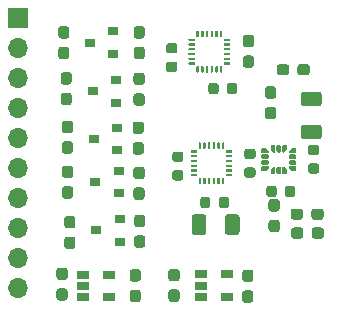
<source format=gbr>
%TF.GenerationSoftware,KiCad,Pcbnew,(5.99.0-3293-g62433736b)*%
%TF.CreationDate,2020-09-21T11:37:00+07:00*%
%TF.ProjectId,IMU_board,494d555f-626f-4617-9264-2e6b69636164,rev?*%
%TF.SameCoordinates,Original*%
%TF.FileFunction,Soldermask,Top*%
%TF.FilePolarity,Negative*%
%FSLAX46Y46*%
G04 Gerber Fmt 4.6, Leading zero omitted, Abs format (unit mm)*
G04 Created by KiCad (PCBNEW (5.99.0-3293-g62433736b)) date 2020-09-21 11:37:00*
%MOMM*%
%LPD*%
G01*
G04 APERTURE LIST*
%ADD10R,0.900000X0.800000*%
%ADD11R,1.060000X0.650000*%
%ADD12R,1.700000X1.700000*%
%ADD13O,1.700000X1.700000*%
G04 APERTURE END LIST*
%TO.C,C15*%
G36*
G01*
X134737500Y-108250000D02*
X135212500Y-108250000D01*
G75*
G02*
X135450000Y-108487500I0J-237500D01*
G01*
X135450000Y-109062500D01*
G75*
G02*
X135212500Y-109300000I-237500J0D01*
G01*
X134737500Y-109300000D01*
G75*
G02*
X134500000Y-109062500I0J237500D01*
G01*
X134500000Y-108487500D01*
G75*
G02*
X134737500Y-108250000I237500J0D01*
G01*
G37*
G36*
G01*
X134737500Y-110000000D02*
X135212500Y-110000000D01*
G75*
G02*
X135450000Y-110237500I0J-237500D01*
G01*
X135450000Y-110812500D01*
G75*
G02*
X135212500Y-111050000I-237500J0D01*
G01*
X134737500Y-111050000D01*
G75*
G02*
X134500000Y-110812500I0J237500D01*
G01*
X134500000Y-110237500D01*
G75*
G02*
X134737500Y-110000000I237500J0D01*
G01*
G37*
%TD*%
D10*
%TO.C,Q4*%
X133452500Y-98207500D03*
X133452500Y-96307500D03*
X131452500Y-97257500D03*
%TD*%
D11*
%TO.C,U7*%
X140500000Y-108700000D03*
X140500000Y-109650000D03*
X140500000Y-110600000D03*
X142700000Y-110600000D03*
X142700000Y-108700000D03*
%TD*%
%TO.C,R1*%
G36*
G01*
X148150000Y-105437500D02*
X148150000Y-104962500D01*
G75*
G02*
X148387500Y-104725000I237500J0D01*
G01*
X148962500Y-104725000D01*
G75*
G02*
X149200000Y-104962500I0J-237500D01*
G01*
X149200000Y-105437500D01*
G75*
G02*
X148962500Y-105675000I-237500J0D01*
G01*
X148387500Y-105675000D01*
G75*
G02*
X148150000Y-105437500I0J237500D01*
G01*
G37*
G36*
G01*
X149900000Y-105437500D02*
X149900000Y-104962500D01*
G75*
G02*
X150137500Y-104725000I237500J0D01*
G01*
X150712500Y-104725000D01*
G75*
G02*
X150950000Y-104962500I0J-237500D01*
G01*
X150950000Y-105437500D01*
G75*
G02*
X150712500Y-105675000I-237500J0D01*
G01*
X150137500Y-105675000D01*
G75*
G02*
X149900000Y-105437500I0J237500D01*
G01*
G37*
%TD*%
%TO.C,C14*%
G36*
G01*
X146075000Y-101931250D02*
X146075000Y-101418750D01*
G75*
G02*
X146293750Y-101200000I218750J0D01*
G01*
X146731250Y-101200000D01*
G75*
G02*
X146950000Y-101418750I0J-218750D01*
G01*
X146950000Y-101931250D01*
G75*
G02*
X146731250Y-102150000I-218750J0D01*
G01*
X146293750Y-102150000D01*
G75*
G02*
X146075000Y-101931250I0J218750D01*
G01*
G37*
G36*
G01*
X147650000Y-101931250D02*
X147650000Y-101418750D01*
G75*
G02*
X147868750Y-101200000I218750J0D01*
G01*
X148306250Y-101200000D01*
G75*
G02*
X148525000Y-101418750I0J-218750D01*
G01*
X148525000Y-101931250D01*
G75*
G02*
X148306250Y-102150000I-218750J0D01*
G01*
X147868750Y-102150000D01*
G75*
G02*
X147650000Y-101931250I0J218750D01*
G01*
G37*
%TD*%
%TO.C,R9*%
G36*
G01*
X128990000Y-95682500D02*
X129465000Y-95682500D01*
G75*
G02*
X129702500Y-95920000I0J-237500D01*
G01*
X129702500Y-96495000D01*
G75*
G02*
X129465000Y-96732500I-237500J0D01*
G01*
X128990000Y-96732500D01*
G75*
G02*
X128752500Y-96495000I0J237500D01*
G01*
X128752500Y-95920000D01*
G75*
G02*
X128990000Y-95682500I237500J0D01*
G01*
G37*
G36*
G01*
X128990000Y-97432500D02*
X129465000Y-97432500D01*
G75*
G02*
X129702500Y-97670000I0J-237500D01*
G01*
X129702500Y-98245000D01*
G75*
G02*
X129465000Y-98482500I-237500J0D01*
G01*
X128990000Y-98482500D01*
G75*
G02*
X128752500Y-98245000I0J237500D01*
G01*
X128752500Y-97670000D01*
G75*
G02*
X128990000Y-97432500I237500J0D01*
G01*
G37*
%TD*%
%TO.C,D1*%
G36*
G01*
X148125000Y-103837500D02*
X148125000Y-103362500D01*
G75*
G02*
X148362500Y-103125000I237500J0D01*
G01*
X148937500Y-103125000D01*
G75*
G02*
X149175000Y-103362500I0J-237500D01*
G01*
X149175000Y-103837500D01*
G75*
G02*
X148937500Y-104075000I-237500J0D01*
G01*
X148362500Y-104075000D01*
G75*
G02*
X148125000Y-103837500I0J237500D01*
G01*
G37*
G36*
G01*
X149875000Y-103837500D02*
X149875000Y-103362500D01*
G75*
G02*
X150112500Y-103125000I237500J0D01*
G01*
X150687500Y-103125000D01*
G75*
G02*
X150925000Y-103362500I0J-237500D01*
G01*
X150925000Y-103837500D01*
G75*
G02*
X150687500Y-104075000I-237500J0D01*
G01*
X150112500Y-104075000D01*
G75*
G02*
X149875000Y-103837500I0J237500D01*
G01*
G37*
%TD*%
%TO.C,R7*%
G36*
G01*
X135465000Y-98557500D02*
X134990000Y-98557500D01*
G75*
G02*
X134752500Y-98320000I0J237500D01*
G01*
X134752500Y-97745000D01*
G75*
G02*
X134990000Y-97507500I237500J0D01*
G01*
X135465000Y-97507500D01*
G75*
G02*
X135702500Y-97745000I0J-237500D01*
G01*
X135702500Y-98320000D01*
G75*
G02*
X135465000Y-98557500I-237500J0D01*
G01*
G37*
G36*
G01*
X135465000Y-96807500D02*
X134990000Y-96807500D01*
G75*
G02*
X134752500Y-96570000I0J237500D01*
G01*
X134752500Y-95995000D01*
G75*
G02*
X134990000Y-95757500I237500J0D01*
G01*
X135465000Y-95757500D01*
G75*
G02*
X135702500Y-95995000I0J-237500D01*
G01*
X135702500Y-96570000D01*
G75*
G02*
X135465000Y-96807500I-237500J0D01*
G01*
G37*
%TD*%
%TO.C,C17*%
G36*
G01*
X150500000Y-97275000D02*
X149250000Y-97275000D01*
G75*
G02*
X149000000Y-97025000I0J250000D01*
G01*
X149000000Y-96275000D01*
G75*
G02*
X149250000Y-96025000I250000J0D01*
G01*
X150500000Y-96025000D01*
G75*
G02*
X150750000Y-96275000I0J-250000D01*
G01*
X150750000Y-97025000D01*
G75*
G02*
X150500000Y-97275000I-250000J0D01*
G01*
G37*
G36*
G01*
X150500000Y-94475000D02*
X149250000Y-94475000D01*
G75*
G02*
X149000000Y-94225000I0J250000D01*
G01*
X149000000Y-93475000D01*
G75*
G02*
X149250000Y-93225000I250000J0D01*
G01*
X150500000Y-93225000D01*
G75*
G02*
X150750000Y-93475000I0J-250000D01*
G01*
X150750000Y-94225000D01*
G75*
G02*
X150500000Y-94475000I-250000J0D01*
G01*
G37*
%TD*%
%TO.C,C5*%
G36*
G01*
X141150000Y-93218750D02*
X141150000Y-92706250D01*
G75*
G02*
X141368750Y-92487500I218750J0D01*
G01*
X141806250Y-92487500D01*
G75*
G02*
X142025000Y-92706250I0J-218750D01*
G01*
X142025000Y-93218750D01*
G75*
G02*
X141806250Y-93437500I-218750J0D01*
G01*
X141368750Y-93437500D01*
G75*
G02*
X141150000Y-93218750I0J218750D01*
G01*
G37*
G36*
G01*
X142725000Y-93218750D02*
X142725000Y-92706250D01*
G75*
G02*
X142943750Y-92487500I218750J0D01*
G01*
X143381250Y-92487500D01*
G75*
G02*
X143600000Y-92706250I0J-218750D01*
G01*
X143600000Y-93218750D01*
G75*
G02*
X143381250Y-93437500I-218750J0D01*
G01*
X142943750Y-93437500D01*
G75*
G02*
X142725000Y-93218750I0J218750D01*
G01*
G37*
%TD*%
%TO.C,C8*%
G36*
G01*
X144931250Y-100512500D02*
X144418750Y-100512500D01*
G75*
G02*
X144200000Y-100293750I0J218750D01*
G01*
X144200000Y-99856250D01*
G75*
G02*
X144418750Y-99637500I218750J0D01*
G01*
X144931250Y-99637500D01*
G75*
G02*
X145150000Y-99856250I0J-218750D01*
G01*
X145150000Y-100293750D01*
G75*
G02*
X144931250Y-100512500I-218750J0D01*
G01*
G37*
G36*
G01*
X144931250Y-98937500D02*
X144418750Y-98937500D01*
G75*
G02*
X144200000Y-98718750I0J218750D01*
G01*
X144200000Y-98281250D01*
G75*
G02*
X144418750Y-98062500I218750J0D01*
G01*
X144931250Y-98062500D01*
G75*
G02*
X145150000Y-98281250I0J-218750D01*
G01*
X145150000Y-98718750D01*
G75*
G02*
X144931250Y-98937500I-218750J0D01*
G01*
G37*
%TD*%
D10*
%TO.C,Q7*%
X133125000Y-90030000D03*
X133125000Y-88130000D03*
X131125000Y-89080000D03*
%TD*%
%TO.C,C12*%
G36*
G01*
X144737500Y-111100000D02*
X144262500Y-111100000D01*
G75*
G02*
X144025000Y-110862500I0J237500D01*
G01*
X144025000Y-110287500D01*
G75*
G02*
X144262500Y-110050000I237500J0D01*
G01*
X144737500Y-110050000D01*
G75*
G02*
X144975000Y-110287500I0J-237500D01*
G01*
X144975000Y-110862500D01*
G75*
G02*
X144737500Y-111100000I-237500J0D01*
G01*
G37*
G36*
G01*
X144737500Y-109350000D02*
X144262500Y-109350000D01*
G75*
G02*
X144025000Y-109112500I0J237500D01*
G01*
X144025000Y-108537500D01*
G75*
G02*
X144262500Y-108300000I237500J0D01*
G01*
X144737500Y-108300000D01*
G75*
G02*
X144975000Y-108537500I0J-237500D01*
G01*
X144975000Y-109112500D01*
G75*
G02*
X144737500Y-109350000I-237500J0D01*
G01*
G37*
%TD*%
%TO.C,C11*%
G36*
G01*
X138487500Y-111025000D02*
X138012500Y-111025000D01*
G75*
G02*
X137775000Y-110787500I0J237500D01*
G01*
X137775000Y-110212500D01*
G75*
G02*
X138012500Y-109975000I237500J0D01*
G01*
X138487500Y-109975000D01*
G75*
G02*
X138725000Y-110212500I0J-237500D01*
G01*
X138725000Y-110787500D01*
G75*
G02*
X138487500Y-111025000I-237500J0D01*
G01*
G37*
G36*
G01*
X138487500Y-109275000D02*
X138012500Y-109275000D01*
G75*
G02*
X137775000Y-109037500I0J237500D01*
G01*
X137775000Y-108462500D01*
G75*
G02*
X138012500Y-108225000I237500J0D01*
G01*
X138487500Y-108225000D01*
G75*
G02*
X138725000Y-108462500I0J-237500D01*
G01*
X138725000Y-109037500D01*
G75*
G02*
X138487500Y-109275000I-237500J0D01*
G01*
G37*
%TD*%
%TO.C,C10*%
G36*
G01*
X146962500Y-105125000D02*
X146487500Y-105125000D01*
G75*
G02*
X146250000Y-104887500I0J237500D01*
G01*
X146250000Y-104312500D01*
G75*
G02*
X146487500Y-104075000I237500J0D01*
G01*
X146962500Y-104075000D01*
G75*
G02*
X147200000Y-104312500I0J-237500D01*
G01*
X147200000Y-104887500D01*
G75*
G02*
X146962500Y-105125000I-237500J0D01*
G01*
G37*
G36*
G01*
X146962500Y-103375000D02*
X146487500Y-103375000D01*
G75*
G02*
X146250000Y-103137500I0J237500D01*
G01*
X146250000Y-102562500D01*
G75*
G02*
X146487500Y-102325000I237500J0D01*
G01*
X146962500Y-102325000D01*
G75*
G02*
X147200000Y-102562500I0J-237500D01*
G01*
X147200000Y-103137500D01*
G75*
G02*
X146962500Y-103375000I-237500J0D01*
G01*
G37*
%TD*%
%TO.C,C16*%
G36*
G01*
X150331250Y-100175000D02*
X149818750Y-100175000D01*
G75*
G02*
X149600000Y-99956250I0J218750D01*
G01*
X149600000Y-99518750D01*
G75*
G02*
X149818750Y-99300000I218750J0D01*
G01*
X150331250Y-99300000D01*
G75*
G02*
X150550000Y-99518750I0J-218750D01*
G01*
X150550000Y-99956250D01*
G75*
G02*
X150331250Y-100175000I-218750J0D01*
G01*
G37*
G36*
G01*
X150331250Y-98600000D02*
X149818750Y-98600000D01*
G75*
G02*
X149600000Y-98381250I0J218750D01*
G01*
X149600000Y-97943750D01*
G75*
G02*
X149818750Y-97725000I218750J0D01*
G01*
X150331250Y-97725000D01*
G75*
G02*
X150550000Y-97943750I0J-218750D01*
G01*
X150550000Y-98381250D01*
G75*
G02*
X150331250Y-98600000I-218750J0D01*
G01*
G37*
%TD*%
%TO.C,U1*%
G36*
G01*
X139475000Y-88887500D02*
X139475000Y-88787500D01*
G75*
G02*
X139525000Y-88737500I50000J0D01*
G01*
X139975000Y-88737500D01*
G75*
G02*
X140025000Y-88787500I0J-50000D01*
G01*
X140025000Y-88887500D01*
G75*
G02*
X139975000Y-88937500I-50000J0D01*
G01*
X139525000Y-88937500D01*
G75*
G02*
X139475000Y-88887500I0J50000D01*
G01*
G37*
G36*
G01*
X139475000Y-89287500D02*
X139475000Y-89187500D01*
G75*
G02*
X139525000Y-89137500I50000J0D01*
G01*
X139975000Y-89137500D01*
G75*
G02*
X140025000Y-89187500I0J-50000D01*
G01*
X140025000Y-89287500D01*
G75*
G02*
X139975000Y-89337500I-50000J0D01*
G01*
X139525000Y-89337500D01*
G75*
G02*
X139475000Y-89287500I0J50000D01*
G01*
G37*
G36*
G01*
X139475000Y-89687500D02*
X139475000Y-89587500D01*
G75*
G02*
X139525000Y-89537500I50000J0D01*
G01*
X139975000Y-89537500D01*
G75*
G02*
X140025000Y-89587500I0J-50000D01*
G01*
X140025000Y-89687500D01*
G75*
G02*
X139975000Y-89737500I-50000J0D01*
G01*
X139525000Y-89737500D01*
G75*
G02*
X139475000Y-89687500I0J50000D01*
G01*
G37*
G36*
G01*
X139475000Y-90087500D02*
X139475000Y-89987500D01*
G75*
G02*
X139525000Y-89937500I50000J0D01*
G01*
X139975000Y-89937500D01*
G75*
G02*
X140025000Y-89987500I0J-50000D01*
G01*
X140025000Y-90087500D01*
G75*
G02*
X139975000Y-90137500I-50000J0D01*
G01*
X139525000Y-90137500D01*
G75*
G02*
X139475000Y-90087500I0J50000D01*
G01*
G37*
G36*
G01*
X139475000Y-90487500D02*
X139475000Y-90387500D01*
G75*
G02*
X139525000Y-90337500I50000J0D01*
G01*
X139975000Y-90337500D01*
G75*
G02*
X140025000Y-90387500I0J-50000D01*
G01*
X140025000Y-90487500D01*
G75*
G02*
X139975000Y-90537500I-50000J0D01*
G01*
X139525000Y-90537500D01*
G75*
G02*
X139475000Y-90487500I0J50000D01*
G01*
G37*
G36*
G01*
X139475000Y-90887500D02*
X139475000Y-90787500D01*
G75*
G02*
X139525000Y-90737500I50000J0D01*
G01*
X139975000Y-90737500D01*
G75*
G02*
X140025000Y-90787500I0J-50000D01*
G01*
X140025000Y-90887500D01*
G75*
G02*
X139975000Y-90937500I-50000J0D01*
G01*
X139525000Y-90937500D01*
G75*
G02*
X139475000Y-90887500I0J50000D01*
G01*
G37*
G36*
G01*
X140300000Y-91612500D02*
X140200000Y-91612500D01*
G75*
G02*
X140150000Y-91562500I0J50000D01*
G01*
X140150000Y-91112500D01*
G75*
G02*
X140200000Y-91062500I50000J0D01*
G01*
X140300000Y-91062500D01*
G75*
G02*
X140350000Y-91112500I0J-50000D01*
G01*
X140350000Y-91562500D01*
G75*
G02*
X140300000Y-91612500I-50000J0D01*
G01*
G37*
G36*
G01*
X140700000Y-91612500D02*
X140600000Y-91612500D01*
G75*
G02*
X140550000Y-91562500I0J50000D01*
G01*
X140550000Y-91112500D01*
G75*
G02*
X140600000Y-91062500I50000J0D01*
G01*
X140700000Y-91062500D01*
G75*
G02*
X140750000Y-91112500I0J-50000D01*
G01*
X140750000Y-91562500D01*
G75*
G02*
X140700000Y-91612500I-50000J0D01*
G01*
G37*
G36*
G01*
X141100000Y-91612500D02*
X141000000Y-91612500D01*
G75*
G02*
X140950000Y-91562500I0J50000D01*
G01*
X140950000Y-91112500D01*
G75*
G02*
X141000000Y-91062500I50000J0D01*
G01*
X141100000Y-91062500D01*
G75*
G02*
X141150000Y-91112500I0J-50000D01*
G01*
X141150000Y-91562500D01*
G75*
G02*
X141100000Y-91612500I-50000J0D01*
G01*
G37*
G36*
G01*
X141500000Y-91612500D02*
X141400000Y-91612500D01*
G75*
G02*
X141350000Y-91562500I0J50000D01*
G01*
X141350000Y-91112500D01*
G75*
G02*
X141400000Y-91062500I50000J0D01*
G01*
X141500000Y-91062500D01*
G75*
G02*
X141550000Y-91112500I0J-50000D01*
G01*
X141550000Y-91562500D01*
G75*
G02*
X141500000Y-91612500I-50000J0D01*
G01*
G37*
G36*
G01*
X141900000Y-91612500D02*
X141800000Y-91612500D01*
G75*
G02*
X141750000Y-91562500I0J50000D01*
G01*
X141750000Y-91112500D01*
G75*
G02*
X141800000Y-91062500I50000J0D01*
G01*
X141900000Y-91062500D01*
G75*
G02*
X141950000Y-91112500I0J-50000D01*
G01*
X141950000Y-91562500D01*
G75*
G02*
X141900000Y-91612500I-50000J0D01*
G01*
G37*
G36*
G01*
X142300000Y-91612500D02*
X142200000Y-91612500D01*
G75*
G02*
X142150000Y-91562500I0J50000D01*
G01*
X142150000Y-91112500D01*
G75*
G02*
X142200000Y-91062500I50000J0D01*
G01*
X142300000Y-91062500D01*
G75*
G02*
X142350000Y-91112500I0J-50000D01*
G01*
X142350000Y-91562500D01*
G75*
G02*
X142300000Y-91612500I-50000J0D01*
G01*
G37*
G36*
G01*
X142475000Y-90887500D02*
X142475000Y-90787500D01*
G75*
G02*
X142525000Y-90737500I50000J0D01*
G01*
X142975000Y-90737500D01*
G75*
G02*
X143025000Y-90787500I0J-50000D01*
G01*
X143025000Y-90887500D01*
G75*
G02*
X142975000Y-90937500I-50000J0D01*
G01*
X142525000Y-90937500D01*
G75*
G02*
X142475000Y-90887500I0J50000D01*
G01*
G37*
G36*
G01*
X142475000Y-90487500D02*
X142475000Y-90387500D01*
G75*
G02*
X142525000Y-90337500I50000J0D01*
G01*
X142975000Y-90337500D01*
G75*
G02*
X143025000Y-90387500I0J-50000D01*
G01*
X143025000Y-90487500D01*
G75*
G02*
X142975000Y-90537500I-50000J0D01*
G01*
X142525000Y-90537500D01*
G75*
G02*
X142475000Y-90487500I0J50000D01*
G01*
G37*
G36*
G01*
X142475000Y-90087500D02*
X142475000Y-89987500D01*
G75*
G02*
X142525000Y-89937500I50000J0D01*
G01*
X142975000Y-89937500D01*
G75*
G02*
X143025000Y-89987500I0J-50000D01*
G01*
X143025000Y-90087500D01*
G75*
G02*
X142975000Y-90137500I-50000J0D01*
G01*
X142525000Y-90137500D01*
G75*
G02*
X142475000Y-90087500I0J50000D01*
G01*
G37*
G36*
G01*
X142475000Y-89687500D02*
X142475000Y-89587500D01*
G75*
G02*
X142525000Y-89537500I50000J0D01*
G01*
X142975000Y-89537500D01*
G75*
G02*
X143025000Y-89587500I0J-50000D01*
G01*
X143025000Y-89687500D01*
G75*
G02*
X142975000Y-89737500I-50000J0D01*
G01*
X142525000Y-89737500D01*
G75*
G02*
X142475000Y-89687500I0J50000D01*
G01*
G37*
G36*
G01*
X142475000Y-89287500D02*
X142475000Y-89187500D01*
G75*
G02*
X142525000Y-89137500I50000J0D01*
G01*
X142975000Y-89137500D01*
G75*
G02*
X143025000Y-89187500I0J-50000D01*
G01*
X143025000Y-89287500D01*
G75*
G02*
X142975000Y-89337500I-50000J0D01*
G01*
X142525000Y-89337500D01*
G75*
G02*
X142475000Y-89287500I0J50000D01*
G01*
G37*
G36*
G01*
X142475000Y-88887500D02*
X142475000Y-88787500D01*
G75*
G02*
X142525000Y-88737500I50000J0D01*
G01*
X142975000Y-88737500D01*
G75*
G02*
X143025000Y-88787500I0J-50000D01*
G01*
X143025000Y-88887500D01*
G75*
G02*
X142975000Y-88937500I-50000J0D01*
G01*
X142525000Y-88937500D01*
G75*
G02*
X142475000Y-88887500I0J50000D01*
G01*
G37*
G36*
G01*
X142300000Y-88612500D02*
X142200000Y-88612500D01*
G75*
G02*
X142150000Y-88562500I0J50000D01*
G01*
X142150000Y-88112500D01*
G75*
G02*
X142200000Y-88062500I50000J0D01*
G01*
X142300000Y-88062500D01*
G75*
G02*
X142350000Y-88112500I0J-50000D01*
G01*
X142350000Y-88562500D01*
G75*
G02*
X142300000Y-88612500I-50000J0D01*
G01*
G37*
G36*
G01*
X141900000Y-88612500D02*
X141800000Y-88612500D01*
G75*
G02*
X141750000Y-88562500I0J50000D01*
G01*
X141750000Y-88112500D01*
G75*
G02*
X141800000Y-88062500I50000J0D01*
G01*
X141900000Y-88062500D01*
G75*
G02*
X141950000Y-88112500I0J-50000D01*
G01*
X141950000Y-88562500D01*
G75*
G02*
X141900000Y-88612500I-50000J0D01*
G01*
G37*
G36*
G01*
X141500000Y-88612500D02*
X141400000Y-88612500D01*
G75*
G02*
X141350000Y-88562500I0J50000D01*
G01*
X141350000Y-88112500D01*
G75*
G02*
X141400000Y-88062500I50000J0D01*
G01*
X141500000Y-88062500D01*
G75*
G02*
X141550000Y-88112500I0J-50000D01*
G01*
X141550000Y-88562500D01*
G75*
G02*
X141500000Y-88612500I-50000J0D01*
G01*
G37*
G36*
G01*
X141100000Y-88612500D02*
X141000000Y-88612500D01*
G75*
G02*
X140950000Y-88562500I0J50000D01*
G01*
X140950000Y-88112500D01*
G75*
G02*
X141000000Y-88062500I50000J0D01*
G01*
X141100000Y-88062500D01*
G75*
G02*
X141150000Y-88112500I0J-50000D01*
G01*
X141150000Y-88562500D01*
G75*
G02*
X141100000Y-88612500I-50000J0D01*
G01*
G37*
G36*
G01*
X140700000Y-88612500D02*
X140600000Y-88612500D01*
G75*
G02*
X140550000Y-88562500I0J50000D01*
G01*
X140550000Y-88112500D01*
G75*
G02*
X140600000Y-88062500I50000J0D01*
G01*
X140700000Y-88062500D01*
G75*
G02*
X140750000Y-88112500I0J-50000D01*
G01*
X140750000Y-88562500D01*
G75*
G02*
X140700000Y-88612500I-50000J0D01*
G01*
G37*
G36*
G01*
X140300000Y-88612500D02*
X140200000Y-88612500D01*
G75*
G02*
X140150000Y-88562500I0J50000D01*
G01*
X140150000Y-88112500D01*
G75*
G02*
X140200000Y-88062500I50000J0D01*
G01*
X140300000Y-88062500D01*
G75*
G02*
X140350000Y-88112500I0J-50000D01*
G01*
X140350000Y-88562500D01*
G75*
G02*
X140300000Y-88612500I-50000J0D01*
G01*
G37*
%TD*%
%TO.C,C3*%
G36*
G01*
X146662500Y-95575000D02*
X146187500Y-95575000D01*
G75*
G02*
X145950000Y-95337500I0J237500D01*
G01*
X145950000Y-94762500D01*
G75*
G02*
X146187500Y-94525000I237500J0D01*
G01*
X146662500Y-94525000D01*
G75*
G02*
X146900000Y-94762500I0J-237500D01*
G01*
X146900000Y-95337500D01*
G75*
G02*
X146662500Y-95575000I-237500J0D01*
G01*
G37*
G36*
G01*
X146662500Y-93825000D02*
X146187500Y-93825000D01*
G75*
G02*
X145950000Y-93587500I0J237500D01*
G01*
X145950000Y-93012500D01*
G75*
G02*
X146187500Y-92775000I237500J0D01*
G01*
X146662500Y-92775000D01*
G75*
G02*
X146900000Y-93012500I0J-237500D01*
G01*
X146900000Y-93587500D01*
G75*
G02*
X146662500Y-93825000I-237500J0D01*
G01*
G37*
%TD*%
%TO.C,Q5*%
X133678799Y-105923799D03*
X133678799Y-104023799D03*
X131678799Y-104973799D03*
%TD*%
%TO.C,R13*%
G36*
G01*
X135537500Y-90480000D02*
X135062500Y-90480000D01*
G75*
G02*
X134825000Y-90242500I0J237500D01*
G01*
X134825000Y-89667500D01*
G75*
G02*
X135062500Y-89430000I237500J0D01*
G01*
X135537500Y-89430000D01*
G75*
G02*
X135775000Y-89667500I0J-237500D01*
G01*
X135775000Y-90242500D01*
G75*
G02*
X135537500Y-90480000I-237500J0D01*
G01*
G37*
G36*
G01*
X135537500Y-88730000D02*
X135062500Y-88730000D01*
G75*
G02*
X134825000Y-88492500I0J237500D01*
G01*
X134825000Y-87917500D01*
G75*
G02*
X135062500Y-87680000I237500J0D01*
G01*
X135537500Y-87680000D01*
G75*
G02*
X135775000Y-87917500I0J-237500D01*
G01*
X135775000Y-88492500D01*
G75*
G02*
X135537500Y-88730000I-237500J0D01*
G01*
G37*
%TD*%
D11*
%TO.C,U3*%
X130575000Y-108725000D03*
X130575000Y-109675000D03*
X130575000Y-110625000D03*
X132775000Y-110625000D03*
X132775000Y-108725000D03*
%TD*%
%TO.C,U2*%
G36*
G01*
X139650000Y-98350000D02*
X139650000Y-98250000D01*
G75*
G02*
X139700000Y-98200000I50000J0D01*
G01*
X140150000Y-98200000D01*
G75*
G02*
X140200000Y-98250000I0J-50000D01*
G01*
X140200000Y-98350000D01*
G75*
G02*
X140150000Y-98400000I-50000J0D01*
G01*
X139700000Y-98400000D01*
G75*
G02*
X139650000Y-98350000I0J50000D01*
G01*
G37*
G36*
G01*
X139650000Y-98750000D02*
X139650000Y-98650000D01*
G75*
G02*
X139700000Y-98600000I50000J0D01*
G01*
X140150000Y-98600000D01*
G75*
G02*
X140200000Y-98650000I0J-50000D01*
G01*
X140200000Y-98750000D01*
G75*
G02*
X140150000Y-98800000I-50000J0D01*
G01*
X139700000Y-98800000D01*
G75*
G02*
X139650000Y-98750000I0J50000D01*
G01*
G37*
G36*
G01*
X139650000Y-99150000D02*
X139650000Y-99050000D01*
G75*
G02*
X139700000Y-99000000I50000J0D01*
G01*
X140150000Y-99000000D01*
G75*
G02*
X140200000Y-99050000I0J-50000D01*
G01*
X140200000Y-99150000D01*
G75*
G02*
X140150000Y-99200000I-50000J0D01*
G01*
X139700000Y-99200000D01*
G75*
G02*
X139650000Y-99150000I0J50000D01*
G01*
G37*
G36*
G01*
X139650000Y-99550000D02*
X139650000Y-99450000D01*
G75*
G02*
X139700000Y-99400000I50000J0D01*
G01*
X140150000Y-99400000D01*
G75*
G02*
X140200000Y-99450000I0J-50000D01*
G01*
X140200000Y-99550000D01*
G75*
G02*
X140150000Y-99600000I-50000J0D01*
G01*
X139700000Y-99600000D01*
G75*
G02*
X139650000Y-99550000I0J50000D01*
G01*
G37*
G36*
G01*
X139650000Y-99950000D02*
X139650000Y-99850000D01*
G75*
G02*
X139700000Y-99800000I50000J0D01*
G01*
X140150000Y-99800000D01*
G75*
G02*
X140200000Y-99850000I0J-50000D01*
G01*
X140200000Y-99950000D01*
G75*
G02*
X140150000Y-100000000I-50000J0D01*
G01*
X139700000Y-100000000D01*
G75*
G02*
X139650000Y-99950000I0J50000D01*
G01*
G37*
G36*
G01*
X139650000Y-100350000D02*
X139650000Y-100250000D01*
G75*
G02*
X139700000Y-100200000I50000J0D01*
G01*
X140150000Y-100200000D01*
G75*
G02*
X140200000Y-100250000I0J-50000D01*
G01*
X140200000Y-100350000D01*
G75*
G02*
X140150000Y-100400000I-50000J0D01*
G01*
X139700000Y-100400000D01*
G75*
G02*
X139650000Y-100350000I0J50000D01*
G01*
G37*
G36*
G01*
X140475000Y-101075000D02*
X140375000Y-101075000D01*
G75*
G02*
X140325000Y-101025000I0J50000D01*
G01*
X140325000Y-100575000D01*
G75*
G02*
X140375000Y-100525000I50000J0D01*
G01*
X140475000Y-100525000D01*
G75*
G02*
X140525000Y-100575000I0J-50000D01*
G01*
X140525000Y-101025000D01*
G75*
G02*
X140475000Y-101075000I-50000J0D01*
G01*
G37*
G36*
G01*
X140875000Y-101075000D02*
X140775000Y-101075000D01*
G75*
G02*
X140725000Y-101025000I0J50000D01*
G01*
X140725000Y-100575000D01*
G75*
G02*
X140775000Y-100525000I50000J0D01*
G01*
X140875000Y-100525000D01*
G75*
G02*
X140925000Y-100575000I0J-50000D01*
G01*
X140925000Y-101025000D01*
G75*
G02*
X140875000Y-101075000I-50000J0D01*
G01*
G37*
G36*
G01*
X141275000Y-101075000D02*
X141175000Y-101075000D01*
G75*
G02*
X141125000Y-101025000I0J50000D01*
G01*
X141125000Y-100575000D01*
G75*
G02*
X141175000Y-100525000I50000J0D01*
G01*
X141275000Y-100525000D01*
G75*
G02*
X141325000Y-100575000I0J-50000D01*
G01*
X141325000Y-101025000D01*
G75*
G02*
X141275000Y-101075000I-50000J0D01*
G01*
G37*
G36*
G01*
X141675000Y-101075000D02*
X141575000Y-101075000D01*
G75*
G02*
X141525000Y-101025000I0J50000D01*
G01*
X141525000Y-100575000D01*
G75*
G02*
X141575000Y-100525000I50000J0D01*
G01*
X141675000Y-100525000D01*
G75*
G02*
X141725000Y-100575000I0J-50000D01*
G01*
X141725000Y-101025000D01*
G75*
G02*
X141675000Y-101075000I-50000J0D01*
G01*
G37*
G36*
G01*
X142075000Y-101075000D02*
X141975000Y-101075000D01*
G75*
G02*
X141925000Y-101025000I0J50000D01*
G01*
X141925000Y-100575000D01*
G75*
G02*
X141975000Y-100525000I50000J0D01*
G01*
X142075000Y-100525000D01*
G75*
G02*
X142125000Y-100575000I0J-50000D01*
G01*
X142125000Y-101025000D01*
G75*
G02*
X142075000Y-101075000I-50000J0D01*
G01*
G37*
G36*
G01*
X142475000Y-101075000D02*
X142375000Y-101075000D01*
G75*
G02*
X142325000Y-101025000I0J50000D01*
G01*
X142325000Y-100575000D01*
G75*
G02*
X142375000Y-100525000I50000J0D01*
G01*
X142475000Y-100525000D01*
G75*
G02*
X142525000Y-100575000I0J-50000D01*
G01*
X142525000Y-101025000D01*
G75*
G02*
X142475000Y-101075000I-50000J0D01*
G01*
G37*
G36*
G01*
X142650000Y-100350000D02*
X142650000Y-100250000D01*
G75*
G02*
X142700000Y-100200000I50000J0D01*
G01*
X143150000Y-100200000D01*
G75*
G02*
X143200000Y-100250000I0J-50000D01*
G01*
X143200000Y-100350000D01*
G75*
G02*
X143150000Y-100400000I-50000J0D01*
G01*
X142700000Y-100400000D01*
G75*
G02*
X142650000Y-100350000I0J50000D01*
G01*
G37*
G36*
G01*
X142650000Y-99950000D02*
X142650000Y-99850000D01*
G75*
G02*
X142700000Y-99800000I50000J0D01*
G01*
X143150000Y-99800000D01*
G75*
G02*
X143200000Y-99850000I0J-50000D01*
G01*
X143200000Y-99950000D01*
G75*
G02*
X143150000Y-100000000I-50000J0D01*
G01*
X142700000Y-100000000D01*
G75*
G02*
X142650000Y-99950000I0J50000D01*
G01*
G37*
G36*
G01*
X142650000Y-99550000D02*
X142650000Y-99450000D01*
G75*
G02*
X142700000Y-99400000I50000J0D01*
G01*
X143150000Y-99400000D01*
G75*
G02*
X143200000Y-99450000I0J-50000D01*
G01*
X143200000Y-99550000D01*
G75*
G02*
X143150000Y-99600000I-50000J0D01*
G01*
X142700000Y-99600000D01*
G75*
G02*
X142650000Y-99550000I0J50000D01*
G01*
G37*
G36*
G01*
X142650000Y-99150000D02*
X142650000Y-99050000D01*
G75*
G02*
X142700000Y-99000000I50000J0D01*
G01*
X143150000Y-99000000D01*
G75*
G02*
X143200000Y-99050000I0J-50000D01*
G01*
X143200000Y-99150000D01*
G75*
G02*
X143150000Y-99200000I-50000J0D01*
G01*
X142700000Y-99200000D01*
G75*
G02*
X142650000Y-99150000I0J50000D01*
G01*
G37*
G36*
G01*
X142650000Y-98750000D02*
X142650000Y-98650000D01*
G75*
G02*
X142700000Y-98600000I50000J0D01*
G01*
X143150000Y-98600000D01*
G75*
G02*
X143200000Y-98650000I0J-50000D01*
G01*
X143200000Y-98750000D01*
G75*
G02*
X143150000Y-98800000I-50000J0D01*
G01*
X142700000Y-98800000D01*
G75*
G02*
X142650000Y-98750000I0J50000D01*
G01*
G37*
G36*
G01*
X142650000Y-98350000D02*
X142650000Y-98250000D01*
G75*
G02*
X142700000Y-98200000I50000J0D01*
G01*
X143150000Y-98200000D01*
G75*
G02*
X143200000Y-98250000I0J-50000D01*
G01*
X143200000Y-98350000D01*
G75*
G02*
X143150000Y-98400000I-50000J0D01*
G01*
X142700000Y-98400000D01*
G75*
G02*
X142650000Y-98350000I0J50000D01*
G01*
G37*
G36*
G01*
X142475000Y-98075000D02*
X142375000Y-98075000D01*
G75*
G02*
X142325000Y-98025000I0J50000D01*
G01*
X142325000Y-97575000D01*
G75*
G02*
X142375000Y-97525000I50000J0D01*
G01*
X142475000Y-97525000D01*
G75*
G02*
X142525000Y-97575000I0J-50000D01*
G01*
X142525000Y-98025000D01*
G75*
G02*
X142475000Y-98075000I-50000J0D01*
G01*
G37*
G36*
G01*
X142075000Y-98075000D02*
X141975000Y-98075000D01*
G75*
G02*
X141925000Y-98025000I0J50000D01*
G01*
X141925000Y-97575000D01*
G75*
G02*
X141975000Y-97525000I50000J0D01*
G01*
X142075000Y-97525000D01*
G75*
G02*
X142125000Y-97575000I0J-50000D01*
G01*
X142125000Y-98025000D01*
G75*
G02*
X142075000Y-98075000I-50000J0D01*
G01*
G37*
G36*
G01*
X141675000Y-98075000D02*
X141575000Y-98075000D01*
G75*
G02*
X141525000Y-98025000I0J50000D01*
G01*
X141525000Y-97575000D01*
G75*
G02*
X141575000Y-97525000I50000J0D01*
G01*
X141675000Y-97525000D01*
G75*
G02*
X141725000Y-97575000I0J-50000D01*
G01*
X141725000Y-98025000D01*
G75*
G02*
X141675000Y-98075000I-50000J0D01*
G01*
G37*
G36*
G01*
X141275000Y-98075000D02*
X141175000Y-98075000D01*
G75*
G02*
X141125000Y-98025000I0J50000D01*
G01*
X141125000Y-97575000D01*
G75*
G02*
X141175000Y-97525000I50000J0D01*
G01*
X141275000Y-97525000D01*
G75*
G02*
X141325000Y-97575000I0J-50000D01*
G01*
X141325000Y-98025000D01*
G75*
G02*
X141275000Y-98075000I-50000J0D01*
G01*
G37*
G36*
G01*
X140875000Y-98075000D02*
X140775000Y-98075000D01*
G75*
G02*
X140725000Y-98025000I0J50000D01*
G01*
X140725000Y-97575000D01*
G75*
G02*
X140775000Y-97525000I50000J0D01*
G01*
X140875000Y-97525000D01*
G75*
G02*
X140925000Y-97575000I0J-50000D01*
G01*
X140925000Y-98025000D01*
G75*
G02*
X140875000Y-98075000I-50000J0D01*
G01*
G37*
G36*
G01*
X140475000Y-98075000D02*
X140375000Y-98075000D01*
G75*
G02*
X140325000Y-98025000I0J50000D01*
G01*
X140325000Y-97575000D01*
G75*
G02*
X140375000Y-97525000I50000J0D01*
G01*
X140475000Y-97525000D01*
G75*
G02*
X140525000Y-97575000I0J-50000D01*
G01*
X140525000Y-98025000D01*
G75*
G02*
X140475000Y-98075000I-50000J0D01*
G01*
G37*
%TD*%
%TO.C,C7*%
G36*
G01*
X139750000Y-105112500D02*
X139750000Y-103862500D01*
G75*
G02*
X140000000Y-103612500I250000J0D01*
G01*
X140750000Y-103612500D01*
G75*
G02*
X141000000Y-103862500I0J-250000D01*
G01*
X141000000Y-105112500D01*
G75*
G02*
X140750000Y-105362500I-250000J0D01*
G01*
X140000000Y-105362500D01*
G75*
G02*
X139750000Y-105112500I0J250000D01*
G01*
G37*
G36*
G01*
X142550000Y-105112500D02*
X142550000Y-103862500D01*
G75*
G02*
X142800000Y-103612500I250000J0D01*
G01*
X143550000Y-103612500D01*
G75*
G02*
X143800000Y-103862500I0J-250000D01*
G01*
X143800000Y-105112500D01*
G75*
G02*
X143550000Y-105362500I-250000J0D01*
G01*
X142800000Y-105362500D01*
G75*
G02*
X142550000Y-105112500I0J250000D01*
G01*
G37*
%TD*%
%TO.C,U4*%
G36*
X145998814Y-98033547D02*
G01*
X146000890Y-98032991D01*
X146004071Y-98034474D01*
X146021232Y-98037500D01*
X146034581Y-98048701D01*
X146050370Y-98056064D01*
X146256436Y-98262129D01*
X146259278Y-98266188D01*
X146261140Y-98267263D01*
X146262341Y-98270562D01*
X146272335Y-98284835D01*
X146273853Y-98302193D01*
X146279813Y-98318566D01*
X146279813Y-98362500D01*
X146277985Y-98372869D01*
X146278600Y-98376359D01*
X146276828Y-98379427D01*
X146275000Y-98389798D01*
X146261670Y-98405684D01*
X146251303Y-98423640D01*
X146244535Y-98426103D01*
X146239906Y-98431620D01*
X146219486Y-98435220D01*
X146200000Y-98442313D01*
X145725000Y-98442313D01*
X145714631Y-98440485D01*
X145711141Y-98441100D01*
X145708073Y-98439328D01*
X145697702Y-98437500D01*
X145681816Y-98424170D01*
X145663860Y-98413803D01*
X145661397Y-98407035D01*
X145655880Y-98402406D01*
X145652280Y-98381986D01*
X145645187Y-98362500D01*
X145645187Y-98112500D01*
X145647015Y-98102131D01*
X145646400Y-98098641D01*
X145648172Y-98095573D01*
X145650000Y-98085202D01*
X145663330Y-98069316D01*
X145673697Y-98051360D01*
X145680465Y-98048897D01*
X145685094Y-98043380D01*
X145705514Y-98039780D01*
X145725000Y-98032687D01*
X145993934Y-98032687D01*
X145998814Y-98033547D01*
G37*
G36*
G01*
X145650000Y-98837500D02*
X145650000Y-98637500D01*
G75*
G02*
X145750000Y-98537500I100000J0D01*
G01*
X146175000Y-98537500D01*
G75*
G02*
X146275000Y-98637500I0J-100000D01*
G01*
X146275000Y-98837500D01*
G75*
G02*
X146175000Y-98937500I-100000J0D01*
G01*
X145750000Y-98937500D01*
G75*
G02*
X145650000Y-98837500I0J100000D01*
G01*
G37*
G36*
G01*
X145650000Y-99337500D02*
X145650000Y-99137500D01*
G75*
G02*
X145750000Y-99037500I100000J0D01*
G01*
X146175000Y-99037500D01*
G75*
G02*
X146275000Y-99137500I0J-100000D01*
G01*
X146275000Y-99337500D01*
G75*
G02*
X146175000Y-99437500I-100000J0D01*
G01*
X145750000Y-99437500D01*
G75*
G02*
X145650000Y-99337500I0J100000D01*
G01*
G37*
G36*
X146210369Y-99534515D02*
G01*
X146213859Y-99533900D01*
X146216927Y-99535672D01*
X146227298Y-99537500D01*
X146243184Y-99550830D01*
X146261140Y-99561197D01*
X146263603Y-99567965D01*
X146269120Y-99572594D01*
X146272720Y-99593014D01*
X146279813Y-99612500D01*
X146279813Y-99656434D01*
X146278953Y-99661314D01*
X146279509Y-99663390D01*
X146278026Y-99666571D01*
X146275000Y-99683732D01*
X146263799Y-99697080D01*
X146256436Y-99712871D01*
X146050370Y-99918936D01*
X146046312Y-99921777D01*
X146045237Y-99923640D01*
X146041937Y-99924841D01*
X146027664Y-99934836D01*
X146010305Y-99936354D01*
X145993934Y-99942313D01*
X145725000Y-99942313D01*
X145714631Y-99940485D01*
X145711141Y-99941100D01*
X145708073Y-99939328D01*
X145697702Y-99937500D01*
X145681816Y-99924170D01*
X145663860Y-99913803D01*
X145661397Y-99907035D01*
X145655880Y-99902406D01*
X145652280Y-99881986D01*
X145645187Y-99862500D01*
X145645187Y-99612500D01*
X145647015Y-99602131D01*
X145646400Y-99598641D01*
X145648172Y-99595573D01*
X145650000Y-99585202D01*
X145663330Y-99569316D01*
X145673697Y-99551360D01*
X145680465Y-99548897D01*
X145685094Y-99543380D01*
X145705514Y-99539780D01*
X145725000Y-99532687D01*
X146200000Y-99532687D01*
X146210369Y-99534515D01*
G37*
G36*
X146760369Y-99584515D02*
G01*
X146763859Y-99583900D01*
X146766927Y-99585672D01*
X146777298Y-99587500D01*
X146793184Y-99600830D01*
X146811140Y-99611197D01*
X146813603Y-99617965D01*
X146819120Y-99622594D01*
X146822720Y-99643014D01*
X146829813Y-99662500D01*
X146829813Y-100137500D01*
X146827985Y-100147869D01*
X146828600Y-100151359D01*
X146826828Y-100154427D01*
X146825000Y-100164798D01*
X146811670Y-100180684D01*
X146801303Y-100198640D01*
X146794535Y-100201103D01*
X146789906Y-100206620D01*
X146769486Y-100210220D01*
X146750000Y-100217313D01*
X146500000Y-100217313D01*
X146489631Y-100215485D01*
X146486141Y-100216100D01*
X146483073Y-100214328D01*
X146472702Y-100212500D01*
X146456816Y-100199170D01*
X146438860Y-100188803D01*
X146436397Y-100182035D01*
X146430880Y-100177406D01*
X146427280Y-100156986D01*
X146420187Y-100137500D01*
X146420187Y-99868566D01*
X146421047Y-99863686D01*
X146420491Y-99861610D01*
X146421974Y-99858429D01*
X146425000Y-99841268D01*
X146436201Y-99827919D01*
X146443564Y-99812130D01*
X146649629Y-99606064D01*
X146653688Y-99603222D01*
X146654763Y-99601360D01*
X146658062Y-99600159D01*
X146672335Y-99590165D01*
X146689693Y-99588647D01*
X146706066Y-99582687D01*
X146750000Y-99582687D01*
X146760369Y-99584515D01*
G37*
G36*
G01*
X146925000Y-100112500D02*
X146925000Y-99687500D01*
G75*
G02*
X147025000Y-99587500I100000J0D01*
G01*
X147225000Y-99587500D01*
G75*
G02*
X147325000Y-99687500I0J-100000D01*
G01*
X147325000Y-100112500D01*
G75*
G02*
X147225000Y-100212500I-100000J0D01*
G01*
X147025000Y-100212500D01*
G75*
G02*
X146925000Y-100112500I0J100000D01*
G01*
G37*
G36*
X147548814Y-99583547D02*
G01*
X147550890Y-99582991D01*
X147554071Y-99584474D01*
X147571232Y-99587500D01*
X147584581Y-99598701D01*
X147600370Y-99606064D01*
X147806436Y-99812129D01*
X147809278Y-99816188D01*
X147811140Y-99817263D01*
X147812341Y-99820562D01*
X147822335Y-99834835D01*
X147823853Y-99852193D01*
X147829813Y-99868566D01*
X147829813Y-100137500D01*
X147827985Y-100147869D01*
X147828600Y-100151359D01*
X147826828Y-100154427D01*
X147825000Y-100164798D01*
X147811670Y-100180684D01*
X147801303Y-100198640D01*
X147794535Y-100201103D01*
X147789906Y-100206620D01*
X147769486Y-100210220D01*
X147750000Y-100217313D01*
X147500000Y-100217313D01*
X147489631Y-100215485D01*
X147486141Y-100216100D01*
X147483073Y-100214328D01*
X147472702Y-100212500D01*
X147456816Y-100199170D01*
X147438860Y-100188803D01*
X147436397Y-100182035D01*
X147430880Y-100177406D01*
X147427280Y-100156986D01*
X147420187Y-100137500D01*
X147420187Y-99662500D01*
X147422015Y-99652131D01*
X147421400Y-99648641D01*
X147423172Y-99645573D01*
X147425000Y-99635202D01*
X147438330Y-99619316D01*
X147448697Y-99601360D01*
X147455465Y-99598897D01*
X147460094Y-99593380D01*
X147480514Y-99589780D01*
X147500000Y-99582687D01*
X147543934Y-99582687D01*
X147548814Y-99583547D01*
G37*
G36*
X148535369Y-99534515D02*
G01*
X148538859Y-99533900D01*
X148541927Y-99535672D01*
X148552298Y-99537500D01*
X148568184Y-99550830D01*
X148586140Y-99561197D01*
X148588603Y-99567965D01*
X148594120Y-99572594D01*
X148597720Y-99593014D01*
X148604813Y-99612500D01*
X148604813Y-99862500D01*
X148602985Y-99872869D01*
X148603600Y-99876359D01*
X148601828Y-99879427D01*
X148600000Y-99889798D01*
X148586670Y-99905684D01*
X148576303Y-99923640D01*
X148569535Y-99926103D01*
X148564906Y-99931620D01*
X148544486Y-99935220D01*
X148525000Y-99942313D01*
X148256066Y-99942313D01*
X148251186Y-99941453D01*
X148249110Y-99942009D01*
X148245929Y-99940526D01*
X148228768Y-99937500D01*
X148215420Y-99926299D01*
X148199629Y-99918936D01*
X147993564Y-99712870D01*
X147990723Y-99708812D01*
X147988860Y-99707737D01*
X147987659Y-99704437D01*
X147977664Y-99690164D01*
X147976146Y-99672805D01*
X147970187Y-99656434D01*
X147970187Y-99612500D01*
X147972015Y-99602131D01*
X147971400Y-99598641D01*
X147973172Y-99595573D01*
X147975000Y-99585202D01*
X147988330Y-99569316D01*
X147998697Y-99551360D01*
X148005465Y-99548897D01*
X148010094Y-99543380D01*
X148030514Y-99539780D01*
X148050000Y-99532687D01*
X148525000Y-99532687D01*
X148535369Y-99534515D01*
G37*
G36*
G01*
X147975000Y-99337500D02*
X147975000Y-99137500D01*
G75*
G02*
X148075000Y-99037500I100000J0D01*
G01*
X148500000Y-99037500D01*
G75*
G02*
X148600000Y-99137500I0J-100000D01*
G01*
X148600000Y-99337500D01*
G75*
G02*
X148500000Y-99437500I-100000J0D01*
G01*
X148075000Y-99437500D01*
G75*
G02*
X147975000Y-99337500I0J100000D01*
G01*
G37*
G36*
G01*
X147975000Y-98837500D02*
X147975000Y-98637500D01*
G75*
G02*
X148075000Y-98537500I100000J0D01*
G01*
X148500000Y-98537500D01*
G75*
G02*
X148600000Y-98637500I0J-100000D01*
G01*
X148600000Y-98837500D01*
G75*
G02*
X148500000Y-98937500I-100000J0D01*
G01*
X148075000Y-98937500D01*
G75*
G02*
X147975000Y-98837500I0J100000D01*
G01*
G37*
G36*
X148535369Y-98034515D02*
G01*
X148538859Y-98033900D01*
X148541927Y-98035672D01*
X148552298Y-98037500D01*
X148568184Y-98050830D01*
X148586140Y-98061197D01*
X148588603Y-98067965D01*
X148594120Y-98072594D01*
X148597720Y-98093014D01*
X148604813Y-98112500D01*
X148604813Y-98362500D01*
X148602985Y-98372869D01*
X148603600Y-98376359D01*
X148601828Y-98379427D01*
X148600000Y-98389798D01*
X148586670Y-98405684D01*
X148576303Y-98423640D01*
X148569535Y-98426103D01*
X148564906Y-98431620D01*
X148544486Y-98435220D01*
X148525000Y-98442313D01*
X148050000Y-98442313D01*
X148039631Y-98440485D01*
X148036141Y-98441100D01*
X148033073Y-98439328D01*
X148022702Y-98437500D01*
X148006816Y-98424170D01*
X147988860Y-98413803D01*
X147986397Y-98407035D01*
X147980880Y-98402406D01*
X147977280Y-98381986D01*
X147970187Y-98362500D01*
X147970187Y-98318566D01*
X147971047Y-98313686D01*
X147970491Y-98311610D01*
X147971974Y-98308429D01*
X147975000Y-98291268D01*
X147986201Y-98277919D01*
X147993564Y-98262130D01*
X148199629Y-98056064D01*
X148203688Y-98053222D01*
X148204763Y-98051360D01*
X148208062Y-98050159D01*
X148222335Y-98040165D01*
X148239693Y-98038647D01*
X148256066Y-98032687D01*
X148525000Y-98032687D01*
X148535369Y-98034515D01*
G37*
G36*
X147760369Y-97759515D02*
G01*
X147763859Y-97758900D01*
X147766927Y-97760672D01*
X147777298Y-97762500D01*
X147793184Y-97775830D01*
X147811140Y-97786197D01*
X147813603Y-97792965D01*
X147819120Y-97797594D01*
X147822720Y-97818014D01*
X147829813Y-97837500D01*
X147829813Y-98106434D01*
X147828953Y-98111314D01*
X147829509Y-98113390D01*
X147828026Y-98116571D01*
X147825000Y-98133732D01*
X147813799Y-98147080D01*
X147806436Y-98162871D01*
X147600370Y-98368936D01*
X147596312Y-98371777D01*
X147595237Y-98373640D01*
X147591937Y-98374841D01*
X147577664Y-98384836D01*
X147560305Y-98386354D01*
X147543934Y-98392313D01*
X147500000Y-98392313D01*
X147489631Y-98390485D01*
X147486141Y-98391100D01*
X147483073Y-98389328D01*
X147472702Y-98387500D01*
X147456816Y-98374170D01*
X147438860Y-98363803D01*
X147436397Y-98357035D01*
X147430880Y-98352406D01*
X147427280Y-98331986D01*
X147420187Y-98312500D01*
X147420187Y-97837500D01*
X147422015Y-97827131D01*
X147421400Y-97823641D01*
X147423172Y-97820573D01*
X147425000Y-97810202D01*
X147438330Y-97794316D01*
X147448697Y-97776360D01*
X147455465Y-97773897D01*
X147460094Y-97768380D01*
X147480514Y-97764780D01*
X147500000Y-97757687D01*
X147750000Y-97757687D01*
X147760369Y-97759515D01*
G37*
G36*
G01*
X146925000Y-98287500D02*
X146925000Y-97862500D01*
G75*
G02*
X147025000Y-97762500I100000J0D01*
G01*
X147225000Y-97762500D01*
G75*
G02*
X147325000Y-97862500I0J-100000D01*
G01*
X147325000Y-98287500D01*
G75*
G02*
X147225000Y-98387500I-100000J0D01*
G01*
X147025000Y-98387500D01*
G75*
G02*
X146925000Y-98287500I0J100000D01*
G01*
G37*
G36*
X146760369Y-97759515D02*
G01*
X146763859Y-97758900D01*
X146766927Y-97760672D01*
X146777298Y-97762500D01*
X146793184Y-97775830D01*
X146811140Y-97786197D01*
X146813603Y-97792965D01*
X146819120Y-97797594D01*
X146822720Y-97818014D01*
X146829813Y-97837500D01*
X146829813Y-98312500D01*
X146827985Y-98322869D01*
X146828600Y-98326359D01*
X146826828Y-98329427D01*
X146825000Y-98339798D01*
X146811670Y-98355684D01*
X146801303Y-98373640D01*
X146794535Y-98376103D01*
X146789906Y-98381620D01*
X146769486Y-98385220D01*
X146750000Y-98392313D01*
X146706066Y-98392313D01*
X146701186Y-98391453D01*
X146699110Y-98392009D01*
X146695929Y-98390526D01*
X146678768Y-98387500D01*
X146665420Y-98376299D01*
X146649629Y-98368936D01*
X146443564Y-98162870D01*
X146440723Y-98158812D01*
X146438860Y-98157737D01*
X146437659Y-98154437D01*
X146427664Y-98140164D01*
X146426146Y-98122805D01*
X146420187Y-98106434D01*
X146420187Y-97837500D01*
X146422015Y-97827131D01*
X146421400Y-97823641D01*
X146423172Y-97820573D01*
X146425000Y-97810202D01*
X146438330Y-97794316D01*
X146448697Y-97776360D01*
X146455465Y-97773897D01*
X146460094Y-97768380D01*
X146480514Y-97764780D01*
X146500000Y-97757687D01*
X146750000Y-97757687D01*
X146760369Y-97759515D01*
G37*
%TD*%
%TO.C,R6*%
G36*
G01*
X129357500Y-94375000D02*
X128882500Y-94375000D01*
G75*
G02*
X128645000Y-94137500I0J237500D01*
G01*
X128645000Y-93562500D01*
G75*
G02*
X128882500Y-93325000I237500J0D01*
G01*
X129357500Y-93325000D01*
G75*
G02*
X129595000Y-93562500I0J-237500D01*
G01*
X129595000Y-94137500D01*
G75*
G02*
X129357500Y-94375000I-237500J0D01*
G01*
G37*
G36*
G01*
X129357500Y-92625000D02*
X128882500Y-92625000D01*
G75*
G02*
X128645000Y-92387500I0J237500D01*
G01*
X128645000Y-91812500D01*
G75*
G02*
X128882500Y-91575000I237500J0D01*
G01*
X129357500Y-91575000D01*
G75*
G02*
X129595000Y-91812500I0J-237500D01*
G01*
X129595000Y-92387500D01*
G75*
G02*
X129357500Y-92625000I-237500J0D01*
G01*
G37*
%TD*%
D12*
%TO.C,J1*%
X125050000Y-86960000D03*
D13*
X125050000Y-89500000D03*
X125050000Y-92040000D03*
X125050000Y-94580000D03*
X125050000Y-97120000D03*
X125050000Y-99660000D03*
X125050000Y-102200000D03*
X125050000Y-104740000D03*
X125050000Y-107280000D03*
X125050000Y-109820000D03*
%TD*%
D10*
%TO.C,Q6*%
X133562889Y-101837111D03*
X133562889Y-99937111D03*
X131562889Y-100887111D03*
%TD*%
%TO.C,C9*%
G36*
G01*
X140462500Y-102868750D02*
X140462500Y-102356250D01*
G75*
G02*
X140681250Y-102137500I218750J0D01*
G01*
X141118750Y-102137500D01*
G75*
G02*
X141337500Y-102356250I0J-218750D01*
G01*
X141337500Y-102868750D01*
G75*
G02*
X141118750Y-103087500I-218750J0D01*
G01*
X140681250Y-103087500D01*
G75*
G02*
X140462500Y-102868750I0J218750D01*
G01*
G37*
G36*
G01*
X142037500Y-102868750D02*
X142037500Y-102356250D01*
G75*
G02*
X142256250Y-102137500I218750J0D01*
G01*
X142693750Y-102137500D01*
G75*
G02*
X142912500Y-102356250I0J-218750D01*
G01*
X142912500Y-102868750D01*
G75*
G02*
X142693750Y-103087500I-218750J0D01*
G01*
X142256250Y-103087500D01*
G75*
G02*
X142037500Y-102868750I0J218750D01*
G01*
G37*
%TD*%
%TO.C,Q3*%
X133370000Y-94150000D03*
X133370000Y-92250000D03*
X131370000Y-93200000D03*
%TD*%
%TO.C,C6*%
G36*
G01*
X144787500Y-91212500D02*
X144312500Y-91212500D01*
G75*
G02*
X144075000Y-90975000I0J237500D01*
G01*
X144075000Y-90400000D01*
G75*
G02*
X144312500Y-90162500I237500J0D01*
G01*
X144787500Y-90162500D01*
G75*
G02*
X145025000Y-90400000I0J-237500D01*
G01*
X145025000Y-90975000D01*
G75*
G02*
X144787500Y-91212500I-237500J0D01*
G01*
G37*
G36*
G01*
X144787500Y-89462500D02*
X144312500Y-89462500D01*
G75*
G02*
X144075000Y-89225000I0J237500D01*
G01*
X144075000Y-88650000D01*
G75*
G02*
X144312500Y-88412500I237500J0D01*
G01*
X144787500Y-88412500D01*
G75*
G02*
X145025000Y-88650000I0J-237500D01*
G01*
X145025000Y-89225000D01*
G75*
G02*
X144787500Y-89462500I-237500J0D01*
G01*
G37*
%TD*%
%TO.C,R12*%
G36*
G01*
X129000389Y-99487111D02*
X129475389Y-99487111D01*
G75*
G02*
X129712889Y-99724611I0J-237500D01*
G01*
X129712889Y-100299611D01*
G75*
G02*
X129475389Y-100537111I-237500J0D01*
G01*
X129000389Y-100537111D01*
G75*
G02*
X128762889Y-100299611I0J237500D01*
G01*
X128762889Y-99724611D01*
G75*
G02*
X129000389Y-99487111I237500J0D01*
G01*
G37*
G36*
G01*
X129000389Y-101237111D02*
X129475389Y-101237111D01*
G75*
G02*
X129712889Y-101474611I0J-237500D01*
G01*
X129712889Y-102049611D01*
G75*
G02*
X129475389Y-102287111I-237500J0D01*
G01*
X129000389Y-102287111D01*
G75*
G02*
X128762889Y-102049611I0J237500D01*
G01*
X128762889Y-101474611D01*
G75*
G02*
X129000389Y-101237111I237500J0D01*
G01*
G37*
%TD*%
%TO.C,R4*%
G36*
G01*
X135532500Y-94425000D02*
X135057500Y-94425000D01*
G75*
G02*
X134820000Y-94187500I0J237500D01*
G01*
X134820000Y-93612500D01*
G75*
G02*
X135057500Y-93375000I237500J0D01*
G01*
X135532500Y-93375000D01*
G75*
G02*
X135770000Y-93612500I0J-237500D01*
G01*
X135770000Y-94187500D01*
G75*
G02*
X135532500Y-94425000I-237500J0D01*
G01*
G37*
G36*
G01*
X135532500Y-92675000D02*
X135057500Y-92675000D01*
G75*
G02*
X134820000Y-92437500I0J237500D01*
G01*
X134820000Y-91862500D01*
G75*
G02*
X135057500Y-91625000I237500J0D01*
G01*
X135532500Y-91625000D01*
G75*
G02*
X135770000Y-91862500I0J-237500D01*
G01*
X135770000Y-92437500D01*
G75*
G02*
X135532500Y-92675000I-237500J0D01*
G01*
G37*
%TD*%
%TO.C,C2*%
G36*
G01*
X138831250Y-100750000D02*
X138318750Y-100750000D01*
G75*
G02*
X138100000Y-100531250I0J218750D01*
G01*
X138100000Y-100093750D01*
G75*
G02*
X138318750Y-99875000I218750J0D01*
G01*
X138831250Y-99875000D01*
G75*
G02*
X139050000Y-100093750I0J-218750D01*
G01*
X139050000Y-100531250D01*
G75*
G02*
X138831250Y-100750000I-218750J0D01*
G01*
G37*
G36*
G01*
X138831250Y-99175000D02*
X138318750Y-99175000D01*
G75*
G02*
X138100000Y-98956250I0J218750D01*
G01*
X138100000Y-98518750D01*
G75*
G02*
X138318750Y-98300000I218750J0D01*
G01*
X138831250Y-98300000D01*
G75*
G02*
X139050000Y-98518750I0J-218750D01*
G01*
X139050000Y-98956250D01*
G75*
G02*
X138831250Y-99175000I-218750J0D01*
G01*
G37*
%TD*%
%TO.C,R11*%
G36*
G01*
X135525389Y-102387111D02*
X135050389Y-102387111D01*
G75*
G02*
X134812889Y-102149611I0J237500D01*
G01*
X134812889Y-101574611D01*
G75*
G02*
X135050389Y-101337111I237500J0D01*
G01*
X135525389Y-101337111D01*
G75*
G02*
X135762889Y-101574611I0J-237500D01*
G01*
X135762889Y-102149611D01*
G75*
G02*
X135525389Y-102387111I-237500J0D01*
G01*
G37*
G36*
G01*
X135525389Y-100637111D02*
X135050389Y-100637111D01*
G75*
G02*
X134812889Y-100399611I0J237500D01*
G01*
X134812889Y-99824611D01*
G75*
G02*
X135050389Y-99587111I237500J0D01*
G01*
X135525389Y-99587111D01*
G75*
G02*
X135762889Y-99824611I0J-237500D01*
G01*
X135762889Y-100399611D01*
G75*
G02*
X135525389Y-100637111I-237500J0D01*
G01*
G37*
%TD*%
%TO.C,R14*%
G36*
G01*
X129162500Y-90480000D02*
X128687500Y-90480000D01*
G75*
G02*
X128450000Y-90242500I0J237500D01*
G01*
X128450000Y-89667500D01*
G75*
G02*
X128687500Y-89430000I237500J0D01*
G01*
X129162500Y-89430000D01*
G75*
G02*
X129400000Y-89667500I0J-237500D01*
G01*
X129400000Y-90242500D01*
G75*
G02*
X129162500Y-90480000I-237500J0D01*
G01*
G37*
G36*
G01*
X129162500Y-88730000D02*
X128687500Y-88730000D01*
G75*
G02*
X128450000Y-88492500I0J237500D01*
G01*
X128450000Y-87917500D01*
G75*
G02*
X128687500Y-87680000I237500J0D01*
G01*
X129162500Y-87680000D01*
G75*
G02*
X129400000Y-87917500I0J-237500D01*
G01*
X129400000Y-88492500D01*
G75*
G02*
X129162500Y-88730000I-237500J0D01*
G01*
G37*
%TD*%
%TO.C,C13*%
G36*
G01*
X128537500Y-108125000D02*
X129012500Y-108125000D01*
G75*
G02*
X129250000Y-108362500I0J-237500D01*
G01*
X129250000Y-108937500D01*
G75*
G02*
X129012500Y-109175000I-237500J0D01*
G01*
X128537500Y-109175000D01*
G75*
G02*
X128300000Y-108937500I0J237500D01*
G01*
X128300000Y-108362500D01*
G75*
G02*
X128537500Y-108125000I237500J0D01*
G01*
G37*
G36*
G01*
X128537500Y-109875000D02*
X129012500Y-109875000D01*
G75*
G02*
X129250000Y-110112500I0J-237500D01*
G01*
X129250000Y-110687500D01*
G75*
G02*
X129012500Y-110925000I-237500J0D01*
G01*
X128537500Y-110925000D01*
G75*
G02*
X128300000Y-110687500I0J237500D01*
G01*
X128300000Y-110112500D01*
G75*
G02*
X128537500Y-109875000I237500J0D01*
G01*
G37*
%TD*%
%TO.C,C1*%
G36*
G01*
X138306250Y-91562500D02*
X137793750Y-91562500D01*
G75*
G02*
X137575000Y-91343750I0J218750D01*
G01*
X137575000Y-90906250D01*
G75*
G02*
X137793750Y-90687500I218750J0D01*
G01*
X138306250Y-90687500D01*
G75*
G02*
X138525000Y-90906250I0J-218750D01*
G01*
X138525000Y-91343750D01*
G75*
G02*
X138306250Y-91562500I-218750J0D01*
G01*
G37*
G36*
G01*
X138306250Y-89987500D02*
X137793750Y-89987500D01*
G75*
G02*
X137575000Y-89768750I0J218750D01*
G01*
X137575000Y-89331250D01*
G75*
G02*
X137793750Y-89112500I218750J0D01*
G01*
X138306250Y-89112500D01*
G75*
G02*
X138525000Y-89331250I0J-218750D01*
G01*
X138525000Y-89768750D01*
G75*
G02*
X138306250Y-89987500I-218750J0D01*
G01*
G37*
%TD*%
%TO.C,C4*%
G36*
G01*
X146950000Y-91612500D02*
X146950000Y-91137500D01*
G75*
G02*
X147187500Y-90900000I237500J0D01*
G01*
X147762500Y-90900000D01*
G75*
G02*
X148000000Y-91137500I0J-237500D01*
G01*
X148000000Y-91612500D01*
G75*
G02*
X147762500Y-91850000I-237500J0D01*
G01*
X147187500Y-91850000D01*
G75*
G02*
X146950000Y-91612500I0J237500D01*
G01*
G37*
G36*
G01*
X148700000Y-91612500D02*
X148700000Y-91137500D01*
G75*
G02*
X148937500Y-90900000I237500J0D01*
G01*
X149512500Y-90900000D01*
G75*
G02*
X149750000Y-91137500I0J-237500D01*
G01*
X149750000Y-91612500D01*
G75*
G02*
X149512500Y-91850000I-237500J0D01*
G01*
X148937500Y-91850000D01*
G75*
G02*
X148700000Y-91612500I0J237500D01*
G01*
G37*
%TD*%
%TO.C,R10*%
G36*
G01*
X129191299Y-103748799D02*
X129666299Y-103748799D01*
G75*
G02*
X129903799Y-103986299I0J-237500D01*
G01*
X129903799Y-104561299D01*
G75*
G02*
X129666299Y-104798799I-237500J0D01*
G01*
X129191299Y-104798799D01*
G75*
G02*
X128953799Y-104561299I0J237500D01*
G01*
X128953799Y-103986299D01*
G75*
G02*
X129191299Y-103748799I237500J0D01*
G01*
G37*
G36*
G01*
X129191299Y-105498799D02*
X129666299Y-105498799D01*
G75*
G02*
X129903799Y-105736299I0J-237500D01*
G01*
X129903799Y-106311299D01*
G75*
G02*
X129666299Y-106548799I-237500J0D01*
G01*
X129191299Y-106548799D01*
G75*
G02*
X128953799Y-106311299I0J237500D01*
G01*
X128953799Y-105736299D01*
G75*
G02*
X129191299Y-105498799I237500J0D01*
G01*
G37*
%TD*%
%TO.C,R8*%
G36*
G01*
X135591299Y-106448799D02*
X135116299Y-106448799D01*
G75*
G02*
X134878799Y-106211299I0J237500D01*
G01*
X134878799Y-105636299D01*
G75*
G02*
X135116299Y-105398799I237500J0D01*
G01*
X135591299Y-105398799D01*
G75*
G02*
X135828799Y-105636299I0J-237500D01*
G01*
X135828799Y-106211299D01*
G75*
G02*
X135591299Y-106448799I-237500J0D01*
G01*
G37*
G36*
G01*
X135591299Y-104698799D02*
X135116299Y-104698799D01*
G75*
G02*
X134878799Y-104461299I0J237500D01*
G01*
X134878799Y-103886299D01*
G75*
G02*
X135116299Y-103648799I237500J0D01*
G01*
X135591299Y-103648799D01*
G75*
G02*
X135828799Y-103886299I0J-237500D01*
G01*
X135828799Y-104461299D01*
G75*
G02*
X135591299Y-104698799I-237500J0D01*
G01*
G37*
%TD*%
M02*

</source>
